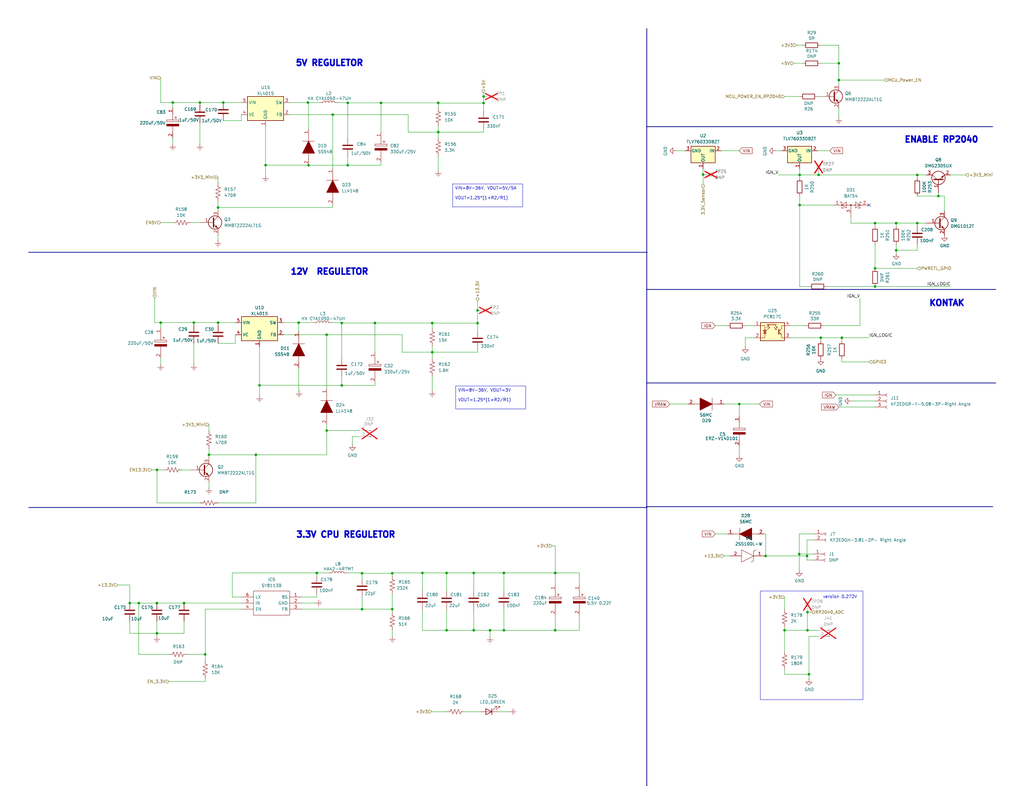
<source format=kicad_sch>
(kicad_sch (version 20231120) (generator "eeschema") (generator_version "8.0")
  (paper "User" 431 342)
  (junction (at 77.47 254))
  (junction (at 87.9567 191.5238))
  (junction (at 109.22 162.2591))
  (junction (at 66.04 266.7))
  (junction (at 295.91 73.4937))
  (junction (at 81.6019 135.89))
  (junction (at 133.35 241.3))
  (junction (at 66.04 254))
  (junction (at 200.9867 136.109))
  (junction (at 212.09 265.43))
  (junction (at 84.1419 43.18))
  (junction (at 160.3467 43.3232))
  (junction (at 181.9367 148.3438))
  (junction (at 386.08 73.66))
  (junction (at 345.44 142.24))
  (junction (at 129.5952 43.18))
  (junction (at 272.2111 106.2507) (diameter 0.3048))
  (junction (at 368.3 93.98))
  (junction (at 91.7921 135.89))
  (junction (at 272.2111 161.29) (diameter 0.3048))
  (junction (at 137.4867 181.3307))
  (junction (at 339.8499 265.43))
  (junction (at 368.3 120.65))
  (junction (at 72.7125 43.18))
  (junction (at 344.5606 73.66))
  (junction (at 368.3 113.03))
  (junction (at 311.15 170.18))
  (junction (at 184.4767 55.6338))
  (junction (at 212.09 241.3))
  (junction (at 330.2 265.43))
  (junction (at 354.33 142.24))
  (junction (at 203.5267 40.6677))
  (junction (at 137.4867 140.97))
  (junction (at 336.3771 233.348))
  (junction (at 111.76 69.5491))
  (junction (at 107.7044 191.5238))
  (junction (at 377.19 105.41))
  (junction (at 165.1 241.4213))
  (junction (at 152.4 241.4213))
  (junction (at 336.55 86.36))
  (junction (at 336.55 73.66))
  (junction (at 339.6674 234.1477))
  (junction (at 129.8667 69.6038))
  (junction (at 272.2111 121.92) (diameter 0.3048))
  (junction (at 322.2448 234.1477))
  (junction (at 206.248 265.43))
  (junction (at 177.8 241.3))
  (junction (at 200.9867 130.7165))
  (junction (at 377.19 93.98))
  (junction (at 394.97 82.55))
  (junction (at 233.68 241.3))
  (junction (at 272.2111 53.34) (diameter 0.3048))
  (junction (at 340.4851 283.9561))
  (junction (at 143.8367 162.3138))
  (junction (at 187.96 265.43))
  (junction (at 66.0848 197.8738))
  (junction (at 91.7667 87.3838))
  (junction (at 152.4 256.54))
  (junction (at 146.3767 43.3232))
  (junction (at 140.0267 48.26))
  (junction (at 199.39 241.3))
  (junction (at 353.06 33.7136))
  (junction (at 67.6367 135.89))
  (junction (at 339.8499 257.81))
  (junction (at 386.08 93.98))
  (junction (at 54.61 254))
  (junction (at 157.8067 136.0332))
  (junction (at 272.2111 213.36) (diameter 0.3048))
  (junction (at 181.8942 136.0332))
  (junction (at 143.8367 136.0332))
  (junction (at 93.98 43.18))
  (junction (at 86.36 275.59))
  (junction (at 353.06 26.67))
  (junction (at 58.42 254))
  (junction (at 272.2111 213.7291) (diameter 0.3048))
  (junction (at 125.6954 135.89))
  (junction (at 203.5267 43.399))
  (junction (at 165.1 256.54))
  (junction (at 187.96 241.3))
  (junction (at 146.3767 69.6038))
  (junction (at 184.4342 43.3232))
  (junction (at 233.68 265.43))
  (junction (at 199.39 265.43))
  (no_connect (at 365.76 86.36))
  (wire (pts (xy 81.6019 135.89) (xy 91.7921 135.89)))
  (wire (pts (xy 86.36 275.59) (xy 86.36 278.13)))
  (wire (pts (xy 140.0267 87.3838) (xy 140.0267 86.1138)))
  (wire (pts (xy 91.7667 88.6167) (xy 91.7825 88.6167)))
  (wire (pts (xy 177.8 241.3) (xy 165.1 241.3)))
  (wire (pts (xy 129.8667 54.3638) (xy 129.8667 43.18)))
  (wire (pts (xy 181.61 299.72) (xy 187.96 299.72)))
  (wire (pts (xy 137.4867 178.8238) (xy 137.4867 181.3307)))
  (wire (pts (xy 97.79 251.46) (xy 97.79 241.3)))
  (wire (pts (xy 143.8367 158.5038) (xy 143.8367 162.3138)))
  (wire (pts (xy 311.15 187.96) (xy 311.15 191.77)))
  (wire (pts (xy 358.14 93.98) (xy 368.3 93.98)))
  (wire (pts (xy 133.35 241.3) (xy 133.35 242.57)))
  (wire (pts (xy 58.42 254) (xy 66.04 254)))
  (bus (pts (xy 272.2111 213.36) (xy 417.83 213.36)) (stroke (width 0.3048)))
  (wire (pts (xy 111.76 69.5491) (xy 111.76 73.1676)))
  (wire (pts (xy 169.2367 148.3438) (xy 181.9367 148.3438)))
  (wire (pts (xy 203.5267 40.6677) (xy 203.5267 43.399)))
  (wire (pts (xy 203.5267 43.399) (xy 203.5267 46.7438)))
  (wire (pts (xy 157.8067 162.3138) (xy 143.8367 162.3138)))
  (wire (pts (xy 336.55 73.66) (xy 344.5606 73.66)))
  (wire (pts (xy 165.1 241.3) (xy 165.1 241.4213)))
  (bus (pts (xy 272.2111 161.29) (xy 419.1 161.29)) (stroke (width 0.3048)))
  (wire (pts (xy 81.6019 137.16) (xy 81.6067 137.16)))
  (wire (pts (xy 339.6674 234.1477) (xy 339.6674 235.888)))
  (wire (pts (xy 377.19 102.87) (xy 377.19 105.41)))
  (wire (pts (xy 54.61 266.7) (xy 66.04 266.7)))
  (wire (pts (xy 284.48 63.5) (xy 288.29 63.5)))
  (wire (pts (xy 80.3367 93.6967) (xy 80.3367 93.7338)))
  (wire (pts (xy 326.39 63.5) (xy 328.93 63.5)))
  (wire (pts (xy 109.22 162.2591) (xy 109.22 165.8776)))
  (wire (pts (xy 91.7667 101.3538) (xy 91.7667 98.7767)))
  (wire (pts (xy 339.8499 257.81) (xy 339.8499 265.43)))
  (wire (pts (xy 137.4867 181.3307) (xy 151.13 181.3307)))
  (wire (pts (xy 111.76 53.34) (xy 111.76 69.5491)))
  (wire (pts (xy 199.39 256.54) (xy 199.39 265.43)))
  (wire (pts (xy 199.39 265.43) (xy 206.248 265.43)))
  (wire (pts (xy 87.9542 191.5238) (xy 87.9542 192.835)))
  (wire (pts (xy 304.7183 234.112) (xy 304.7183 234.1477)))
  (wire (pts (xy 75.2542 197.915) (xy 75.2542 197.8738)))
  (wire (pts (xy 195.58 299.72) (xy 201.93 299.72)))
  (wire (pts (xy 66.04 267.97) (xy 66.04 266.7)))
  (wire (pts (xy 143.51 136.0332) (xy 143.8367 136.0332)))
  (wire (pts (xy 143.8367 136.0332) (xy 157.8067 136.0332)))
  (wire (pts (xy 160.3467 55.6338) (xy 160.3467 43.3232)))
  (wire (pts (xy 91.7667 98.7767) (xy 91.7825 98.7767)))
  (wire (pts (xy 317.5 142.24) (xy 313.69 142.24)))
  (wire (pts (xy 397.51 82.55) (xy 394.97 82.55)))
  (wire (pts (xy 206.248 265.43) (xy 206.248 268.224)))
  (wire (pts (xy 84.1419 43.18) (xy 93.98 43.18)))
  (wire (pts (xy 199.39 241.3) (xy 187.96 241.3)))
  (bus (pts (xy 272.2111 161.29) (xy 272.2111 213.36)) (stroke (width 0.3048)))
  (wire (pts (xy 353.06 26.67) (xy 345.44 26.67)))
  (wire (pts (xy 165.1 257.81) (xy 165.1 256.54)))
  (wire (pts (xy 336.55 86.36) (xy 350.52 86.36)))
  (wire (pts (xy 233.68 259.08) (xy 233.68 265.43)))
  (wire (pts (xy 132.0501 135.89) (xy 132.0501 135.8854)))
  (wire (pts (xy 121.92 43.18) (xy 129.5952 43.18)))
  (bus (pts (xy 12.0996 213.7291) (xy 272.2111 213.7291)) (stroke (width 0.3048)))
  (wire (pts (xy 336.55 73.66) (xy 336.55 74.93)))
  (wire (pts (xy 87.9567 178.8238) (xy 87.9567 181.3638)))
  (wire (pts (xy 342.222 235.888) (xy 339.6674 235.888)))
  (wire (pts (xy 66.04 254) (xy 77.47 254)))
  (wire (pts (xy 157.8067 161.0438) (xy 157.8067 162.3138)))
  (wire (pts (xy 209.55 299.72) (xy 214.63 299.72)))
  (wire (pts (xy 67.6367 138.1838) (xy 67.6367 135.89)))
  (wire (pts (xy 87.9567 191.5238) (xy 107.7044 191.5238)))
  (wire (pts (xy 311.15 170.18) (xy 319.6894 170.18)))
  (wire (pts (xy 140.0267 48.26) (xy 140.0267 70.8738)))
  (wire (pts (xy 67.6367 135.89) (xy 81.6019 135.89)))
  (bus (pts (xy 12.0738 106.2507) (xy 272.2111 106.2507)) (stroke (width 0.3048)))
  (wire (pts (xy 137.4867 181.3307) (xy 137.4867 191.5238)))
  (wire (pts (xy 54.61 261.62) (xy 54.61 266.7)))
  (wire (pts (xy 330.2 251.46) (xy 330.2 256.54)))
  (wire (pts (xy 91.7667 74.6838) (xy 91.7667 77.2238)))
  (wire (pts (xy 243.84 265.43) (xy 233.68 265.43)))
  (wire (pts (xy 336.55 71.12) (xy 336.55 73.66)))
  (wire (pts (xy 386.08 93.98) (xy 389.89 93.98)))
  (wire (pts (xy 101.6 251.46) (xy 97.79 251.46)))
  (wire (pts (xy 109.22 146.05) (xy 109.22 162.2591)))
  (wire (pts (xy 101.6 256.54) (xy 86.36 256.54)))
  (wire (pts (xy 368.3 113.03) (xy 386.08 113.03)))
  (wire (pts (xy 353.06 26.67) (xy 353.06 33.7136)))
  (wire (pts (xy 133.35 241.3) (xy 138.43 241.3)))
  (wire (pts (xy 67.6367 93.7338) (xy 72.7167 93.7338)))
  (wire (pts (xy 181.9367 148.3438) (xy 181.9367 150.8838)))
  (wire (pts (xy 137.4867 140.97) (xy 169.2367 140.97)))
  (wire (pts (xy 177.8 241.3) (xy 177.8 248.92)))
  (wire (pts (xy 187.96 241.3) (xy 177.8 241.3)))
  (wire (pts (xy 330.2 283.9561) (xy 340.4851 283.9561)))
  (wire (pts (xy 243.84 246.38) (xy 243.84 241.3)))
  (wire (pts (xy 157.8067 148.3438) (xy 157.8067 136.0332)))
  (wire (pts (xy 65.0967 125.4838) (xy 65.0967 135.89)))
  (wire (pts (xy 212.09 256.54) (xy 212.09 265.43)))
  (wire (pts (xy 86.36 287.02) (xy 86.36 285.75)))
  (wire (pts (xy 171.7767 55.6338) (xy 184.4767 55.6338)))
  (wire (pts (xy 212.09 241.3) (xy 212.09 248.92)))
  (wire (pts (xy 78.74 275.59) (xy 86.36 275.59)))
  (wire (pts (xy 165.1 250.19) (xy 165.1 256.54)))
  (wire (pts (xy 129.8667 69.5491) (xy 129.8667 69.6038)))
  (wire (pts (xy 146.05 43.3232) (xy 146.3767 43.3232)))
  (wire (pts (xy 353.06 33.7136) (xy 372.11 33.7136)))
  (wire (pts (xy 243.84 259.08) (xy 243.84 265.43)))
  (wire (pts (xy 67.6367 150.8838) (xy 67.6367 153.4238)))
  (wire (pts (xy 336.3771 224.8877) (xy 336.3771 233.348)))
  (wire (pts (xy 93.98 50.8) (xy 101.6 50.8)))
  (wire (pts (xy 148.336 183.896) (xy 148.336 187.198)))
  (bus (pts (xy 272.2111 53.34) (xy 272.2111 106.2507)) (stroke (width 0.3048)))
  (bus (pts (xy 272.2111 121.92) (xy 419.1 121.92)) (stroke (width 0.3048)))
  (wire (pts (xy 151.13 183.896) (xy 148.336 183.896)))
  (wire (pts (xy 184.4767 55.6338) (xy 184.4767 58.1738)))
  (wire (pts (xy 200.9867 136.109) (xy 200.9867 139.4538)))
  (bus (pts (xy 272.2111 121.92) (xy 272.2111 161.29)) (stroke (width 0.3048)))
  (wire (pts (xy 184.4342 43.3232) (xy 184.4767 43.3232)))
  (wire (pts (xy 87.9542 205.4938) (xy 87.9567 205.4938)))
  (wire (pts (xy 212.09 241.3) (xy 199.39 241.3)))
  (wire (pts (xy 72.7125 58.1395) (xy 72.7125 60.7138)))
  (wire (pts (xy 339.6674 227.4277) (xy 339.6674 234.1477)))
  (wire (pts (xy 303.53 63.5) (xy 311.15 63.5)))
  (wire (pts (xy 184.4767 53.0938) (xy 184.4767 55.6338)))
  (wire (pts (xy 81.6067 137.16) (xy 81.6067 136.9138)))
  (wire (pts (xy 181.9367 148.3438) (xy 200.9867 148.3438)))
  (wire (pts (xy 281.94 170.18) (xy 289.56 170.18)))
  (wire (pts (xy 386.08 102.87) (xy 386.08 105.41)))
  (wire (pts (xy 87.9567 188.9838) (xy 87.9567 191.5238)))
  (wire (pts (xy 146.3767 65.7938) (xy 146.3767 69.6038)))
  (wire (pts (xy 129.8667 43.18) (xy 129.5952 43.18)))
  (wire (pts (xy 313.69 137.16) (xy 317.5 137.16)))
  (wire (pts (xy 63.8267 197.8738) (xy 66.0848 197.8738)))
  (wire (pts (xy 109.22 162.2591) (xy 127.3267 162.2591)))
  (bus (pts (xy 272.2111 106.2507) (xy 272.2111 121.92)) (stroke (width 0.3048)))
  (wire (pts (xy 233.68 229.87) (xy 233.68 241.3)))
  (wire (pts (xy 300.99 137.16) (xy 306.07 137.16)))
  (wire (pts (xy 336.55 86.36) (xy 336.55 120.65)))
  (wire (pts (xy 146.3767 43.3232) (xy 160.3467 43.3232)))
  (wire (pts (xy 54.61 254) (xy 58.42 254)))
  (wire (pts (xy 322.2448 224.8972) (xy 322.2448 234.1477)))
  (wire (pts (xy 65.0967 135.89) (xy 67.6367 135.89)))
  (wire (pts (xy 340.4851 283.9561) (xy 340.4851 285.9585)))
  (wire (pts (xy 386.08 95.25) (xy 386.08 93.98)))
  (wire (pts (xy 336.3771 233.348) (xy 336.3771 240.1882)))
  (wire (pts (xy 101.6 50.8) (xy 101.6 48.26)))
  (wire (pts (xy 332.74 137.16) (xy 339.09 137.16)))
  (wire (pts (xy 77.47 254) (xy 101.6 254)))
  (wire (pts (xy 181.9367 138.1838) (xy 181.9367 136.0332)))
  (wire (pts (xy 152.4 241.3) (xy 152.4 241.4213)))
  (wire (pts (xy 49.53 246.38) (xy 54.61 246.38)))
  (wire (pts (xy 394.97 82.55) (xy 394.97 81.28)))
  (wire (pts (xy 181.9367 145.8038) (xy 181.9367 148.3438)))
  (wire (pts (xy 111.76 69.5491) (xy 129.8667 69.5491)))
  (wire (pts (xy 353.06 45.72) (xy 353.06 49.53)))
  (wire (pts (xy 160.3467 43.3232) (xy 184.4342 43.3232)))
  (bus (pts (xy 272.2111 213.36) (xy 272.2111 213.7291)) (stroke (width 0.3048)))
  (wire (pts (xy 125.73 154.94) (xy 125.73 164.7013)))
  (wire (pts (xy 233.68 246.38) (xy 233.68 241.3)))
  (wire (pts (xy 199.39 241.3) (xy 199.39 248.92)))
  (wire (pts (xy 200.9867 126.7538) (xy 200.9867 130.7165)))
  (wire (pts (xy 200.9867 136.109) (xy 181.8942 136.109)))
  (wire (pts (xy 84.1419 44.45) (xy 84.1419 43.18)))
  (bus (pts (xy 272.2111 213.7291) (xy 272.2111 330.8199)) (stroke (width 0.3048)))
  (wire (pts (xy 66.04 261.62) (xy 66.04 266.7)))
  (wire (pts (xy 353.06 171.45) (xy 368.2552 171.45)))
  (wire (pts (xy 311.15 170.18) (xy 311.15 175.26)))
  (wire (pts (xy 233.68 241.3) (xy 212.09 241.3)))
  (wire (pts (xy 184.4767 55.6338) (xy 203.5267 55.6338)))
  (wire (pts (xy 119.38 140.97) (xy 137.4867 140.97)))
  (wire (pts (xy 203.5267 55.6338) (xy 203.5267 54.3638)))
  (wire (pts (xy 187.96 241.3) (xy 187.96 248.92)))
  (wire (pts (xy 107.7044 211.7633) (xy 107.7044 191.5238)))
  (wire (pts (xy 330.2 265.43) (xy 330.2 274.32)))
  (wire (pts (xy 127.3267 162.3138) (xy 143.8367 162.3138)))
  (wire (pts (xy 353.06 33.7136) (xy 353.06 35.56)))
  (wire (pts (xy 91.7667 87.3838) (xy 140.0267 87.3838)))
  (wire (pts (xy 84.1625 93.6967) (xy 80.3367 93.6967)))
  (wire (pts (xy 295.91 71.12) (xy 295.91 73.4937)))
  (wire (pts (xy 353.06 19.05) (xy 353.06 26.67)))
  (wire (pts (xy 304.7183 234.1477) (xy 307.0048 234.1477)))
  (wire (pts (xy 344.17 265.43) (xy 339.8499 265.43)))
  (wire (pts (xy 361.95 137.16) (xy 346.71 137.16)))
  (wire (pts (xy 152.4 251.46) (xy 152.4 256.54)))
  (wire (pts (xy 75.2542 197.8738) (xy 76.5267 197.8738)))
  (wire (pts (xy 84.1467 44.45) (xy 84.1467 44.2038)))
  (wire (pts (xy 91.7921 144.6065) (xy 99.06 144.6065)))
  (wire (pts (xy 295.91 73.4937) (xy 295.91 77.47)))
  (wire (pts (xy 86.36 256.54) (xy 86.36 275.59)))
  (wire (pts (xy 160.3467 68.3338) (xy 160.3467 69.6038)))
  (wire (pts (xy 67.6367 32.7738) (xy 67.6367 43.18)))
  (wire (pts (xy 125.6954 135.89) (xy 132.0501 135.89)))
  (wire (pts (xy 377.19 105.41) (xy 386.08 105.41)))
  (wire (pts (xy 81.6067 144.5338) (xy 81.6067 153.4238)))
  (wire (pts (xy 91.7921 135.89) (xy 99.06 135.89)))
  (wire (pts (xy 151.13 181.3307) (xy 151.13 181.356)))
  (wire (pts (xy 368.3 93.98) (xy 368.3 95.25)))
  (wire (pts (xy 184.4342 43.399) (xy 184.4342 43.3232)))
  (wire (pts (xy 344.17 267.97) (xy 340.4851 267.97)))
  (wire (pts (xy 344.5606 73.66) (xy 386.08 73.66)))
  (wire (pts (xy 342.6375 224.8877) (xy 336.3771 224.8877)))
  (wire (pts (xy 146.05 43.1754) (xy 146.05 43.3232)))
  (wire (pts (xy 66.0848 197.8738) (xy 68.9067 197.8738)))
  (wire (pts (xy 87.9542 202.995) (xy 87.9542 205.4938)))
  (wire (pts (xy 233.68 265.43) (xy 212.09 265.43)))
  (wire (pts (xy 336.55 82.55) (xy 336.55 86.36)))
  (wire (pts (xy 71.12 287.02) (xy 86.36 287.02)))
  (wire (pts (xy 125.6954 139.7) (xy 125.73 139.7)))
  (wire (pts (xy 377.19 105.41) (xy 377.19 106.68)))
  (wire (pts (xy 345.44 19.05) (xy 353.06 19.05)))
  (wire (pts (xy 165.1 256.54) (xy 152.4 256.54)))
  (wire (pts (xy 160.3467 69.6038) (xy 146.3767 69.6038)))
  (wire (pts (xy 91.7921 135.89) (xy 91.7921 136.9865)))
  (wire (pts (xy 306.2339 224.8877) (xy 301.0365 224.8877)))
  (wire (pts (xy 109.2247 165.8776) (xy 109.2247 166.707)))
  (wire (pts (xy 345.44 142.24) (xy 332.74 142.24)))
  (wire (pts (xy 187.96 265.43) (xy 199.39 265.43)))
  (wire (pts (xy 72.7125 45.4395) (xy 72.7125 43.18)))
  (wire (pts (xy 143.51 135.8854) (xy 139.6701 135.8854)))
  (wire (pts (xy 133.35 250.19) (xy 133.35 251.46)))
  (wire (pts (xy 340.4851 267.97) (xy 340.4851 283.9561)))
  (wire (pts (xy 66.0848 211.7633) (xy 66.0848 197.8738)))
  (wire (pts (xy 334.01 26.67) (xy 337.82 26.67)))
  (wire (pts (xy 339.6674 227.4277) (xy 342.6375 227.4277)))
  (wire (pts (xy 330.2 281.94) (xy 330.2 283.9561)))
  (wire (pts (xy 203.5267 39.1238) (xy 203.5267 40.6677)))
  (wire (pts (xy 66.04 266.7) (xy 77.47 266.7)))
  (wire (pts (xy 87.9542 191.5238) (xy 87.9567 191.5238)))
  (wire (pts (xy 386.08 74.93) (xy 386.08 73.66)))
  (wire (pts (xy 181.8942 136.109) (xy 181.8942 136.0332)))
  (wire (pts (xy 58.42 275.59) (xy 58.42 254)))
  (wire (pts (xy 129.5952 43.18) (xy 129.5952 43.1754)))
  (wire (pts (xy 54.61 246.38) (xy 54.61 254)))
  (wire (pts (xy 232.41 229.87) (xy 233.68 229.87)))
  (wire (pts (xy 165.1 242.57) (xy 165.1 241.4213)))
  (wire (pts (xy 125.73 164.7013) (xy 125.8771 164.7013)))
  (wire (pts (xy 146.05 43.1754) (xy 142.2101 43.1754)))
  (wire (pts (xy 84.1515 211.7633) (xy 66.0848 211.7633)))
  (wire (pts (xy 140.0267 48.26) (xy 171.7767 48.26)))
  (bus (pts (xy 272.2111 330.8199) (xy 272.3431 330.8199)))
  (wire (pts (xy 121.92 48.26) (xy 140.0267 48.26)))
  (wire (pts (xy 330.2 264.16) (xy 330.2 265.43)))
  (wire (pts (xy 165.1 241.4213) (xy 152.4 241.4213)))
  (wire (pts (xy 344.17 63.5) (xy 349.25 63.5)))
  (wire (pts (xy 347.98 120.65) (xy 368.3 120.65)))
  (wire (pts (xy 184.4767 45.4738) (xy 184.4767 43.3232)))
  (wire (pts (xy 361.95 125.73) (xy 361.95 137.16)))
  (wire (pts (xy 111.7647 73.1676) (xy 111.7647 73.997)))
  (wire (pts (xy 152.4 256.54) (xy 127 256.54)))
  (wire (pts (xy 354.33 142.24) (xy 345.44 142.24)))
  (wire (pts (xy 129.5952 43.1754) (xy 134.5901 43.1754)))
  (wire (pts (xy 157.8067 136.0332) (xy 181.8942 136.0332)))
  (wire (pts (xy 77.47 261.62) (xy 77.47 266.7)))
  (wire (pts (xy 377.19 93.98) (xy 377.19 95.25)))
  (wire (pts (xy 137.4867 140.97) (xy 137.4867 163.5838)))
  (wire (pts (xy 400.05 120.65) (xy 368.3 120.65)))
  (wire (pts (xy 206.248 265.43) (xy 212.09 265.43)))
  (wire (pts (xy 327.66 73.66) (xy 336.55 73.66)))
  (wire (pts (xy 72.7125 60.7138) (xy 72.7167 60.7138)))
  (wire (pts (xy 306.2339 224.8972) (xy 306.2339 224.8877)))
  (wire (pts (xy 72.7125 43.18) (xy 84.1419 43.18)))
  (wire (pts (xy 177.8 256.54) (xy 177.8 265.43)))
  (wire (pts (xy 143.8367 136.0332) (xy 143.8367 150.8838)))
  (wire (pts (xy 200.9867 148.3438) (xy 200.9867 147.0738)))
  (wire (pts (xy 358.14 168.91) (xy 368.2552 168.91)))
  (wire (pts (xy 341.63 257.81) (xy 339.8499 257.81)))
  (wire (pts (xy 99.06 144.6065) (xy 99.06 140.97)))
  (wire (pts (xy 146.3767 43.3232) (xy 146.3767 58.1738)))
  (wire (pts (xy 339.8499 265.43) (xy 330.2 265.43)))
  (wire (pts (xy 365.76 152.4) (xy 354.33 152.4)))
  (wire (pts (xy 177.8 265.43) (xy 187.96 265.43)))
  (wire (pts (xy 129.8667 69.6038) (xy 146.3767 69.6038)))
  (wire (pts (xy 127.3267 162.2591) (xy 127.3267 162.3138)))
  (wire (pts (xy 368.3 102.87) (xy 368.3 113.03)))
  (wire (pts (xy 109.22 165.8776) (xy 109.2247 165.8776)))
  (wire (pts (xy 397.51 82.55) (xy 397.51 88.9)))
  (wire (pts (xy 184.4767 65.7938) (xy 184.4767 71.8898)))
  (wire (pts (xy 84.1419 44.45) (xy 84.1467 44.45)))
  (wire (pts (xy 243.84 241.3) (xy 233.68 241.3)))
  (wire (pts (xy 386.08 93.98) (xy 377.19 93.98)))
  (wire (pts (xy 67.6367 43.18) (xy 72.7125 43.18)))
  (wire (pts (xy 187.96 256.54) (xy 187.96 265.43)))
  (wire (pts (xy 354.33 142.24) (xy 365.76 142.24)))
  (wire (pts (xy 336.3771 233.348) (xy 342.222 233.348)))
  (wire (pts (xy 71.12 275.59) (xy 58.42 275.59)))
  (wire (pts (xy 400.05 73.66) (xy 406.4 73.66)))
  (wire (pts (xy 386.08 73.66) (xy 389.89 73.66)))
  (wire (pts (xy 340.36 120.65) (xy 336.55 120.65)))
  (wire (pts (xy 91.7667 87.3838) (xy 91.7667 88.6167)))
  (wire (pts (xy 200.9867 130.7165) (xy 200.9867 136.109)))
  (wire (pts (xy 377.19 93.98) (xy 368.3 93.98)))
  (wire (pts (xy 169.2367 140.97) (xy 169.2367 148.3438)))
  (wire (pts (xy 354.33 152.4) (xy 354.33 151.13)))
  (wire (pts (xy 203.5267 43.399) (xy 184.4342 43.399)))
  (wire (pts (xy 330.2 40.64) (xy 336.55 40.64)))
  (wire (pts (xy 351.79 166.37) (xy 368.2552 166.37)))
  (wire (pts (xy 75.2542 197.915) (xy 80.3342 197.915)))
  (wire (pts (xy 345.44 142.24) (xy 345.44 143.51)))
  (wire (pts (xy 91.7667 84.8438) (xy 91.7667 87.3838)))
  (wire (pts (xy 181.9367 158.5038) (xy 181.9367 164.5998)))
  (wire (pts (xy 81.6019 137.16) (xy 81.6019 135.89)))
  (wire (pts (xy 322.2448 234.1477) (xy 339.6674 234.1477)))
  (wire (pts (xy 171.7767 48.26) (xy 171.7767 55.6338)))
  (wire (pts (xy 133.35 251.46) (xy 127 251.46)))
  (wire (pts (xy 354.33 143.51) (xy 354.33 142.24)))
  (wire (pts (xy 146.05 241.3) (xy 152.4 241.3)))
  (wire (pts (xy 84.1467 51.8238) (xy 84.1467 60.7138)))
  (wire (pts (xy 304.8 170.18) (xy 311.15 170.18)))
  (wire (pts (xy 335.28 19.05) (xy 337.82 19.05)))
  (wire (pts (xy 107.7044 191.5238) (xy 137.4867 191.5238)))
  (wire (pts (xy 165.1 265.43) (xy 165.1 267.97)))
  (wire (pts (xy 119.38 135.89) (xy 125.6954 135.89)))
  (wire (pts (xy 344.17 40.64) (xy 345.44 40.64)))
  (wire (pts (xy 313.69 142.24) (xy 313.69 146.05)))
  (wire (pts (xy 127 254) (xy 132.8116 254)))
  (wire (pts (xy 181.8942 136.0332) (xy 181.9367 136.0332)))
  (wire (pts (xy 143.51 135.8854) (xy 143.51 136.0332)))
  (wire (pts (xy 386.08 82.55) (xy 394.97 82.55)))
  (bus (pts (xy 272.2111 53.34) (xy 417.83 53.34)) (stroke (width 0.3048)))
  (wire (pts (xy 93.98 43.18) (xy 101.6 43.18)))
  (wire (pts (xy 321.4739 224.8972) (xy 322.2448 224.8972)))
  (bus (pts (xy 272.2111 12.0238) (xy 272.2111 53.34)) (stroke (width 0.3048)))
  (wire (pts (xy 152.4 241.4213) (xy 152.4 243.84)))
  (wire (pts (xy 111.76 73.1676) (xy 111.7647 73.1676)))
  (wire (pts (xy 97.79 241.3) (xy 133.35 241.3)))
  (wire (pts (xy 91.7715 211.7633) (xy 107.7044 211.7633)))
  (wire (pts (xy 125.6954 135.89) (xy 125.6954 139.7)))
  (wire (pts (xy 358.14 91.44) (xy 358.14 93.98)))
  (rectangle (start 320.04 248.92) (end 363.22 294.64))
  (text_box "VIN=8V-36V, VOUT=3V\n\nVOUT=1.25*(1+R2/R1)" (at 191.77 162.56 0) (size 29.464 9.652) (effects (font (size 1.27 1.27)) (justify left top)))
  (text_box "VIN=8V-36V, VOUT=5V/5A\n\nVOUT=1.25*(1+R2/R1)" (at 190.5 77.47 0) (size 29.464 9.652) (effects (font (size 1.27 1.27)) (justify left top)))
  (text "KONTAK" (at 398.526 127.762 0) (effects (font (size 2.54 2.54) (thickness 1.524) (bold yes))))
  (text "12V  REGULETOR\n" (at 138.684 114.554 0) (effects (font (size 2.54 2.54) (thickness 1.524) (bold yes))))
  (text "3.3V CPU REGULETOR\n" (at 145.542 225.298 0) (effects (font (size 2.54 2.54) (thickness 1.524) (bold yes))))
  (text "version 0.272V\n" (at 353.568 251.46 0) (effects (font (size 1.27 1.27))))
  (text "ENABLE RP2040\n" (at 396.24 58.928 0) (effects (font (size 2.54 2.54) (thickness 1.524) (bold yes))))
  (text "5V REGULETOR\n" (at 138.684 26.67 0) (effects (font (size 2.54 2.54) (thickness 1.524) (bold yes))))
  (label "IGN_V" (at 327.66 73.66 180))
  (label "IGN_V" (at 361.95 125.73 180))
  (label "IGN_LOGIC" (at 365.76 142.24 0))
  (label "IGN_LOGIC" (at 400.05 120.65 180))
  (global_label "VIN" (shape input) (at 311.15 63.5 0) (property "Intersheetrefs" "${INTERSHEET_REFS}" (effects (hide yes))))
  (global_label "VRAW" (shape input) (at 353.06 171.45 180) (property "Intersheetrefs" "${INTERSHEET_REFS}" (effects (hide yes))))
  (global_label "IGN" (shape input) (at 300.99 137.16 180) (property "Intersheetrefs" "${INTERSHEET_REFS}" (effects (hide yes))))
  (global_label "VIN" (shape input) (at 301.0365 224.8877 180) (property "Intersheetrefs" "${INTERSHEET_REFS}" (effects (hide yes))))
  (global_label "VRAW" (shape input) (at 281.94 170.18 180) (property "Intersheetrefs" "${INTERSHEET_REFS}" (effects (hide yes))))
  (global_label "VIN" (shape input) (at 319.6894 170.18 0) (property "Intersheetrefs" "${INTERSHEET_REFS}" (effects (hide yes))))
  (global_label "VIN" (shape input) (at 349.25 63.5 0) (property "Intersheetrefs" "${INTERSHEET_REFS}" (effects (hide yes))))
  (global_label "IGN" (shape input) (at 351.79 166.37 180) (property "Intersheetrefs" "${INTERSHEET_REFS}" (effects (hide yes))))
  (hierarchical_label "EN5V" (shape input) (at 67.6367 93.7338 180))
  (hierarchical_label "MCU_POWER_EN_RP2040" (shape input) (at 330.2 40.64 180))
  (hierarchical_label "RP2040_ADC" (shape input) (at 341.63 257.81 0))
  (hierarchical_label "+13.3V" (shape input) (at 49.53 246.38 180))
  (hierarchical_label "+5V" (shape input) (at 203.5267 39.1238 90))
  (hierarchical_label "+3V3_Mini" (shape input) (at 406.4 73.66 0))
  (hierarchical_label "+5V" (shape input) (at 334.01 26.67 180))
  (hierarchical_label "VIN" (shape input) (at 65.0967 125.4838 90))
  (hierarchical_label "EN_3.3V" (shape input) (at 71.12 287.02 180))
  (hierarchical_label "EN13.3V" (shape input) (at 63.8267 197.8738 180))
  (hierarchical_label "MCU_Power_EN" (shape input) (at 372.11 33.7136 0))
  (hierarchical_label "+3V3_Mini" (shape input) (at 91.7667 74.6838 180))
  (hierarchical_label "+3V3_Mini" (shape input) (at 87.9567 178.8238 180))
  (hierarchical_label "+3V3" (shape input) (at 330.2 251.46 180))
  (hierarchical_label "+13.3V" (shape input) (at 200.9867 126.7538 90))
  (hierarchical_label "VIN" (shape input) (at 67.6367 32.7738 180))
  (hierarchical_label "PWRCTL_GPIO" (shape input) (at 386.08 113.03 0))
  (hierarchical_label "GPIO3" (shape input) (at 365.76 152.4 0))
  (hierarchical_label "+3V3" (shape input) (at 181.61 299.72 180))
  (hierarchical_label "+3V3" (shape input) (at 232.41 229.87 180))
  (hierarchical_label "+13.3V" (shape input) (at 304.7183 234.112 180))
  (hierarchical_label "3.3V_Sensor" (shape input) (at 295.91 77.47 270))
  (hierarchical_label "+3V3" (shape input) (at 335.28 19.05 180))
  (symbol (lib_id "Device:R_US") (at 181.9367 154.6938 0) (unit 1)
    (property "Reference" "R162" (at 184.4767 153.4237 0) (effects (justify left)))
    (property "Value" "1.6K" (at 184.4767 155.9637 0) (effects (justify left)))
    (property "Footprint" "Resistor_SMD:R_0603_1608Metric" (effects (hide yes)))
    (property "Description" "Resistor, US symbol" (effects (hide yes)))
    (property "MPN" "0603WAF1601T5E" (effects (hide yes)))
  )
  (symbol (lib_id "Device:R") (at 309.88 137.16 270) (unit 1)
    (property "Reference" "R254" (at 309.88 131.9022 90))
    (property "Value" "3.3K" (at 309.88 134.2136 90))
    (property "Footprint" "Resistor_SMD:R_0603_1608Metric" (effects (hide yes)))
    (property "MPN" "0603WAF3301T5E" (effects (hide yes)))
  )
  (symbol (lib_id "power:GND") (at 284.48 63.5 270) (unit 1)
    (property "Reference" "#PWR0125" (effects (hide yes)))
    (property "Value" "GND" (at 280.0858 63.627 0))
  )
  (symbol (lib_id "Device:L") (at 135.8601 135.8854 90) (unit 1)
    (property "Reference" "L3" (at 135.8601 132.0754 90))
    (property "Value" "HX CYA1050-47UH" (at 136.0742 134.1794 90))
    (property "Footprint" "CYA1050-47UH:L_Bourns_SRR1208_12.7x12.7mm" (effects (hide yes)))
    (property "MPN" "HX CYA1050-47UH" (effects (hide yes)))
  )
  (symbol (lib_id "SS54B:SS54B") (at 129.8667 54.3638 270) (unit 1)
    (property "Reference" "D10" (at 133.6767 61.3488 90) (effects (justify left)))
    (property "Value" "SS54B" (at 133.6767 63.8888 90) (effects (justify left)))
    (property "Footprint" "Library:SS54B" (effects (hide yes)))
    (property "Datasheet" "https://datasheet.datasheetarchive.com/originals/distributors/Datasheets-3/DSA-43270.pdf" (effects (hide yes)))
    (property "Description" "HY Electronic Corp SS54B, SMT Rectifier Schottky Diode, 40V 5A, 2-Pin SMB" (effects (hide yes)))
    (property "Height" "2.44" (effects (hide yes)))
    (property "Manufacturer_Name" "HY Electronic" (effects (hide yes)))
    (property "Manufacturer_Part_Number" "SS54B" (effects (hide yes)))
    (property "MPN" "SS54B" (effects (hide yes)))
  )
  (symbol (lib_id "Device:R_US") (at 181.9367 141.9938 0) (unit 1)
    (property "Reference" "R161" (at 184.4767 140.7237 0) (effects (justify left)))
    (property "Value" "15K" (at 184.4767 143.2637 0) (effects (justify left)))
    (property "Footprint" "Resistor_SMD:R_0603_1608Metric" (effects (hide yes)))
    (property "Description" "Resistor, US symbol" (effects (hide yes)))
    (property "MPN" "0603WAF1502T5E" (effects (hide yes)))
  )
  (symbol (lib_id "Device:R") (at 344.17 120.65 270) (unit 1)
    (property "Reference" "R260" (at 344.17 115.3922 90))
    (property "Value" "DNP" (at 344.17 117.7036 90))
    (property "Footprint" "Resistor_SMD:R_0603_1608Metric" (effects (hide yes)))
  )
  (symbol (lib_id "Device:R_US") (at 72.7167 197.8738 90) (unit 1)
    (property "Reference" "R159" (at 72.4627 192.2858 90))
    (property "Value" "10K" (at 72.4627 194.8258 90))
    (property "Footprint" "Resistor_SMD:R_0603_1608Metric" (effects (hide yes)))
    (property "Description" "Resistor, US symbol" (effects (hide yes)))
    (property "MPN" "0603WAF1002T5E" (effects (hide yes)))
  )
  (symbol (lib_id "Device:C") (at 187.96 252.73 180) (unit 1)
    (property "Reference" "C181" (at 189.484 250.444 0) (effects (justify right)))
    (property "Value" "22uF" (at 188.976 255.016 0) (effects (justify right)))
    (property "Footprint" "Capacitor_SMD:C_0603_1608Metric" (effects (hide yes)))
    (property "MPN" "CL10A226MQ8NRNC" (effects (hide yes)))
  )
  (symbol (lib_id "power:GND") (at 326.39 63.5 270) (unit 1)
    (property "Reference" "#PWR0124" (effects (hide yes)))
    (property "Value" "GND" (at 321.9958 63.627 0))
  )
  (symbol (lib_id "power:GND") (at 340.4851 285.9585 0) (unit 1)
    (property "Reference" "#PWR0237" (effects (hide yes)))
    (property "Value" "GND" (at 340.6121 290.3527 0))
  )
  (symbol (lib_id "Device:C") (at 177.8 252.73 180) (unit 1)
    (property "Reference" "C180" (at 179.324 250.444 0) (effects (justify right)))
    (property "Value" "22uF" (at 178.816 255.016 0) (effects (justify right)))
    (property "Footprint" "Capacitor_SMD:C_0603_1608Metric" (effects (hide yes)))
    (property "MPN" "CL10A226MQ8NRNC" (effects (hide yes)))
  )
  (symbol (lib_id "Device:R_US") (at 191.77 299.72 90) (unit 1)
    (property "Reference" "R168" (at 191.77 293.37 90))
    (property "Value" "2K" (at 191.77 295.91 90))
    (property "Footprint" "Resistor_SMD:R_0603_1608Metric" (effects (hide yes)))
    (property "Description" "Resistor, US symbol" (effects (hide yes)))
    (property "MPN" "0603WAF2001T5E" (effects (hide yes)))
  )
  (symbol (lib_id "Device:C") (at 152.4 247.65 180) (unit 1)
    (property "Reference" "C179" (at 153.924 245.364 0) (effects (justify right)))
    (property "Value" "22pF" (at 153.416 249.936 0) (effects (justify right)))
    (property "Footprint" "Capacitor_SMD:C_0603_1608Metric" (effects (hide yes)))
    (property "MPN" "CL10C220JB8NNNC" (effects (hide yes)))
  )
  (symbol (lib_name "UWT1H221MNL1GS_1") (lib_id "UWT1H221MNL1GS:UWT1H221MNL1GS") (at 311.15 175.26 270) (unit 1)
    (property "Reference" "C5" (at 302.768 182.88 90) (effects (justify left)))
    (property "Value" "ERZ-V14D101" (at 296.926 184.658 90) (effects (justify left)))
    (property "Footprint" "Footprint Library:ERZV14D101" (effects (hide yes)))
    (property "Datasheet" "https://www.mouser.com.tr/datasheet/2/315/AWA0000C1-1141750.pdf" (effects (hide yes)))
    (property "Description" "85V 60V 100V Plugin Varistors ROHS " (effects (hide yes)))
    (property "MPN" " ERZ-V14D101" (effects (hide yes)))
  )
  (symbol (lib_id "Device:C") (at 133.35 246.38 180) (unit 1)
    (property "Reference" "C178" (at 134.874 244.094 0) (effects (justify right)))
    (property "Value" "100nF" (at 134.366 248.666 0) (effects (justify right)))
    (property "Footprint" "Capacitor_SMD:C_0603_1608Metric" (effects (hide yes)))
    (property "MPN" "0603B104K500NT" (effects (hide yes)))
  )
  (symbol (lib_id "Device:C") (at 54.61 257.81 180) (unit 1)
    (property "Reference" "C175" (at 48.006 255.778 0) (effects (justify right)))
    (property "Value" "10uF" (at 42.926 260.604 0) (effects (justify right)))
    (property "Footprint" "Capacitor_SMD:C_0603_1608Metric" (effects (hide yes)))
    (property "MPN" " CL10A106MO8NQNC" (effects (hide yes)))
  )
  (symbol (lib_id "power:Earth") (at 87.9567 205.4938 0) (unit 1)
    (property "Reference" "#PWR0193" (effects (hide yes)))
    (property "Value" "Earth" (effects (hide yes)))
    (property "Description" "Power symbol creates a global label with name \"Earth\"" (effects (hide yes)))
  )
  (symbol (lib_name "GND_1") (lib_id "power:GND") (at 148.336 187.198 0) (unit 1)
    (property "Reference" "#PWR0163" (effects (hide yes)))
    (property "Value" "GND" (at 148.336 191.77 0))
    (property "Description" "Power symbol creates a global label with name \"GND\" , ground" (effects (hide yes)))
  )
  (symbol (lib_id "Device:R") (at 368.3 116.84 180) (unit 1)
    (property "Reference" "R261" (at 373.5578 116.84 90))
    (property "Value" "DNP" (at 371.2464 116.84 90))
    (property "Footprint" "Resistor_SMD:R_0603_1608Metric" (effects (hide yes)))
  )
  (symbol (lib_id "power:Earth") (at 353.06 49.53 0) (unit 1)
    (property "Reference" "#PWR049" (effects (hide yes)))
    (property "Value" "Earth" (effects (hide yes)))
    (property "Description" "Power symbol creates a global label with name \"Earth\"" (effects (hide yes)))
  )
  (symbol (lib_id "power:Earth") (at 81.6067 153.4238 0) (unit 1)
    (property "Reference" "#PWR0192" (effects (hide yes)))
    (property "Value" "Earth" (effects (hide yes)))
    (property "Description" "Power symbol creates a global label with name \"Earth\"" (effects (hide yes)))
  )
  (symbol (lib_id "Device:L") (at 142.24 241.3 90) (unit 1)
    (property "Reference" "L8" (at 142.24 237.49 90))
    (property "Value" "HA42-4R7MT" (at 142.4541 239.594 90))
    (property "Footprint" "Pro V3:Inductor_0402_4.7uH" (effects (hide yes)))
    (property "MPN" "HA42-4R7MT" (effects (hide yes)))
  )
  (symbol (lib_id "Sensor_Proximity:SFH9201") (at 325.12 139.7 0) (unit 1)
    (property "Reference" "U25" (at 325.12 130.81 0))
    (property "Value" "PC817C" (at 325.12 133.35 0))
    (property "Footprint" "HDMI 2.0 TX:PC817" (effects (hide yes)))
    (property "MPN" "PC817C_4PIN_SMD" (effects (hide yes)))
  )
  (symbol (lib_id "Device:C") (at 386.08 99.06 180) (unit 1)
    (property "Reference" "C208" (at 387.604 96.774 0) (effects (justify right)))
    (property "Value" "100nF" (at 387.096 101.346 0) (effects (justify right)))
    (property "Footprint" "Capacitor_SMD:C_0603_1608Metric" (effects (hide yes)))
    (property "MPN" "0603B104K500NT" (effects (hide yes)))
  )
  (symbol (lib_id "power:GND") (at 358.14 168.91 270) (unit 1)
    (property "Reference" "#PWR0207" (effects (hide yes)))
    (property "Value" "GND" (at 353.7458 169.037 0))
  )
  (symbol (lib_id "UWT1E331MNL1GS:UWT1E331MNL1GS") (at 160.3467 55.6338 270) (unit 1)
    (property "Reference" "C82" (at 164.1567 61.3488 90) (effects (justify left)))
    (property "Value" "330uF/25V" (at 164.1567 63.8888 90) (effects (justify left)))
    (property "Footprint" "Capacitor_SMD:C_Elec_8x10.2" (effects (hide yes)))
    (property "Datasheet" "https://datasheet.lcsc.com/lcsc/2211031700_KNSCHA-RVT330UF25V167RV0055_C5246574.pdf" (effects (hide yes)))
    (property "Description" "Nichicon Aluminium Electrolytic Capacitor 330uF 25V dc 8mm WT Series, Surface Mount Electrolytic, +/-20% 8 (Dia.) x 10mm" (effects (hide yes)))
    (property "Height" "10.5" (effects (hide yes)))
    (property "Manufacturer_Name" "Nichicon" (effects (hide yes)))
    (property "Manufacturer_Part_Number" "RVT330UF25V167RV0055 " (effects (hide yes)))
    (property "MPN" "RVT1E331M0810" (effects (hide yes)))
  )
  (symbol (lib_id "Device:R_US") (at 76.5267 93.7338 90) (unit 1)
    (property "Reference" "R158" (at 76.2727 88.1458 90))
    (property "Value" "10K" (at 76.2727 90.6858 90))
    (property "Footprint" "Resistor_SMD:R_0603_1608Metric" (effects (hide yes)))
    (property "Description" "Resistor, US symbol" (effects (hide yes)))
    (property "MPN" "0603WAF1002T5E" (effects (hide yes)))
  )
  (symbol (lib_name "LM1117-3.3_1") (lib_id "Regulator_Linear:LM1117-3.3") (at 336.55 63.5 0) (unit 1)
    (property "Reference" "U3" (at 336.55 55.88 0))
    (property "Value" "TLV76033DBZT" (at 336.55 58.42 0))
    (property "Footprint" "Package_TO_SOT_SMD:SOT-23" (effects (hide yes)))
    (property "Datasheet" "http://www.ti.com/lit/ds/symlink/lm1117.pdf" (effects (hide yes)))
    (property "MPN" "TLV76033DBZT" (effects (hide yes)))
  )
  (symbol (lib_id "SS54B:SS54B") (at 304.8 170.18 180) (unit 1)
    (property "Reference" "D29" (at 297.328 177.1569 0))
    (property "Value" "S6MC" (at 297.1176 174.7726 0))
    (property "Footprint" "Diode_SMD:S6MC" (effects (hide yes)))
    (property "Datasheet" "https://www.lcsc.com/product-detail/Diodes-General-Purpose_Shandong-Jingdao-Microelectronics-S6MC_C382843.html" (effects (hide yes)))
    (property "Manufacturer_Part_Number" "SS54B" (effects (hide yes)))
    (property "Mouser Part Number" "S6MC" (effects (hide yes)))
    (property "MPN" "S6MC" (effects (hide yes)))
  )
  (symbol (lib_id "Device:R_US") (at 91.7667 81.0338 0) (unit 1)
    (property "Reference" "R157" (at 94.3067 79.7637 0) (effects (justify left)))
    (property "Value" "470R" (at 94.3067 82.3037 0) (effects (justify left)))
    (property "Footprint" "Resistor_SMD:R_0603_1608Metric" (effects (hide yes)))
    (property "Description" "Resistor, US symbol" (effects (hide yes)))
    (property "MPN" "0603WAF4700T5E" (effects (hide yes)))
  )
  (symbol (lib_id "Connector:Conn_01x02_Pin") (at 156.21 181.356 0) (mirror y) (unit 1) (dnp yes)
    (property "Reference" "J32" (at 155.575 176.53 0))
    (property "Value" "DNP " (at 155.702 178.562 0))
    (property "Footprint" "Connector_PinHeader_2.54mm:PinHeader_1x02_P2.54mm_Vertical" (effects (hide yes)))
    (property "Description" "Generic connector, single row, 01x02, script generated" (effects (hide yes)))
  )
  (symbol (lib_id "Device:R") (at 341.63 26.67 270) (unit 1)
    (property "Reference" "R174" (at 341.63 21.4122 90))
    (property "Value" "DNP" (at 341.63 23.7236 90))
    (property "Footprint" "Resistor_SMD:R_0603_1608Metric" (effects (hide yes)))
    (instances (project "Movita_3566_AXV_Router_V3.1" (path "" (reference "R174") (unit 1))) (project "RP2040" (path "" (reference "R50") (unit 1))))
  )
  (symbol (lib_id "Device:C") (at 81.6067 140.7238 180) (unit 1)
    (property "Reference" "C29" (at 75.0027 138.6918 0) (effects (justify right)))
    (property "Value" "1uF/50V" (at 72.7167 143.2638 0) (effects (justify right)))
    (property "Footprint" "Capacitor_SMD:C_0603_1608Metric" (effects (hide yes)))
    (property "MPN" "CL10A105KB8NNNC" (effects (hide yes)))
  )
  (symbol (lib_id "power:GND") (at 313.69 146.05 0) (unit 1)
    (property "Reference" "#PWR0224" (effects (hide yes)))
    (property "Value" "GND" (at 313.69 151.13 0))
    (property "Description" "Power symbol creates a global label with name \"GND\" , ground" (effects (hide yes)))
  )
  (symbol (lib_id "Connector:TestPoint") (at 344.5606 73.66 0) (unit 1) (dnp yes)
    (property "Reference" "TP27" (at 346.2479 69.0879 0) (effects (justify left)))
    (property "Value" "DNP" (at 346.2479 71.6279 0) (effects (justify left)))
    (property "Footprint" "TestPoint:TestPoint_Pad_1.0x1.0mm" (effects (hide yes)))
    (property "Description" "test point" (effects (hide yes)))
  )
  (symbol (lib_id "power:Earth") (at 72.7167 60.7138 0) (unit 1)
    (property "Reference" "#PWR0143" (effects (hide yes)))
    (property "Value" "Earth" (effects (hide yes)))
    (property "Description" "Power symbol creates a global label with name \"Earth\"" (effects (hide yes)))
  )
  (symbol (lib_id "UWT1H221MNL1GS:UWT1H221MNL1GS") (at 233.68 246.38 270) (unit 1)
    (property "Reference" "C184" (at 225.044 251.714 90) (effects (justify left)))
    (property "Value" "220uF" (at 224.282 254 90) (effects (justify left)))
    (property "Footprint" "Capacitor_SMD:CP_Elec_6.3x7.7" (effects (hide yes)))
    (property "Datasheet" "https://datasheet.lcsc.com/lcsc/2108241130_KNSCHA-RVT220UF16V67RV0015_C2887273.pdf" (effects (hide yes)))
    (property "Description" "Capacitor lytic SMD WT Series 50V 220uF" (effects (hide yes)))
    (property "Height" "7.7" (effects (hide yes)))
    (property "Manufacturer_Part_Number" "RVT220UF16V67RV0015" (effects (hide yes)))
    (property "MPN" "RVT220UF16V67RV0015" (effects (hide yes)))
  )
  (symbol (lib_id "Connector:Conn_01x02_Socket") (at 347.302 233.348 0) (unit 1)
    (property "Reference" "J1" (at 348.8345 233.3479 0) (effects (justify left)))
    (property "Value" "DNP" (at 348.8345 235.8879 0) (effects (justify left)))
    (property "Footprint" "Library:KF2EDGH-3.81-2P-Vertical" (effects (hide yes)))
    (property "Description" "Generic connector, single row, 01x02, script generated" (effects (hide yes)))
  )
  (symbol (lib_id "power:Earth") (at 109.2247 166.707 0) (mirror y) (unit 1)
    (property "Reference" "#PWR0194" (effects (hide yes)))
    (property "Value" "Earth" (effects (hide yes)))
    (property "Description" "Power symbol creates a global label with name \"Earth\"" (effects (hide yes)))
  )
  (symbol (lib_id "Device:R_US") (at 86.36 281.94 0) (unit 1)
    (property "Reference" "R164" (at 88.9 280.6699 0) (effects (justify left)))
    (property "Value" "10K" (at 88.9 283.2099 0) (effects (justify left)))
    (property "Footprint" "Resistor_SMD:R_0603_1608Metric" (effects (hide yes)))
    (property "Description" "Resistor, US symbol" (effects (hide yes)))
    (property "MPN" "0603WAF1002T5E" (effects (hide yes)))
  )
  (symbol (lib_id "SS54B:SS54B") (at 140.0267 70.8738 270) (unit 1)
    (property "Reference" "D23" (at 143.8367 77.8588 90) (effects (justify left)))
    (property "Value" "LL4148" (at 143.8367 80.3988 90) (effects (justify left)))
    (property "Footprint" "Pro V3:LL4148" (effects (hide yes)))
    (property "Datasheet" "https://www.onsemi.com/pdf/datasheet/ll4148-d.pdf" (effects (hide yes)))
    (property "MPN" "LL4148" (effects (hide yes)))
  )
  (symbol (lib_id "Connector:TestPoint") (at 295.91 73.4937 270) (unit 1) (dnp yes)
    (property "Reference" "TP25" (at 300.99 72.2236 90) (effects (justify left)))
    (property "Value" "DNP" (at 300.99 74.7636 90) (effects (justify left)))
    (property "Footprint" "TestPoint:TestPoint_Pad_1.0x1.0mm" (effects (hide yes)))
    (property "Description" "test point" (effects (hide yes)))
  )
  (symbol (lib_id "Device:R_US") (at 74.93 275.59 90) (unit 1)
    (property "Reference" "R163" (at 75.184 272.288 90))
    (property "Value" "DNP" (at 74.93 278.892 90))
    (property "Footprint" "Resistor_SMD:R_0603_1608Metric" (effects (hide yes)))
    (property "Description" "Resistor, US symbol" (effects (hide yes)))
  )
  (symbol (lib_id "Device:C") (at 200.9867 143.2638 180) (unit 1)
    (property "Reference" "C174" (at 204.7967 141.9937 0) (effects (justify right)))
    (property "Value" "330nF" (at 202.2567 145.8038 0) (effects (justify right)))
    (property "Footprint" "Capacitor_SMD:C_0603_1608Metric" (effects (hide yes)))
    (property "MPN" "0603B334K250NT" (effects (hide yes)))
  )
  (symbol (lib_id "power:Earth") (at 125.8771 164.7013 0) (mirror y) (unit 1)
    (property "Reference" "#PWR0227" (effects (hide yes)))
    (property "Value" "Earth" (effects (hide yes)))
    (property "Description" "Power symbol creates a global label with name \"Earth\"" (effects (hide yes)))
  )
  (symbol (lib_id "Connector:TestPoint") (at 200.9867 130.7165 270) (unit 1) (dnp yes)
    (property "Reference" "TP2" (at 206.4241 129.4464 90) (effects (justify left)))
    (property "Value" "DNP" (at 206.4241 131.9864 90) (effects (justify left)))
    (property "Footprint" "Connector_Pin:Pin_D1.0mm_L10.0mm" (effects (hide yes)))
    (property "Description" "test point" (effects (hide yes)))
  )
  (symbol (lib_id "power:Earth") (at 111.7647 73.997 0) (unit 1)
    (property "Reference" "#PWR040" (effects (hide yes)))
    (property "Value" "Earth" (effects (hide yes)))
    (property "Description" "Power symbol creates a global label with name \"Earth\"" (effects (hide yes)))
  )
  (symbol (lib_id "power:GND") (at 345.44 151.13 0) (unit 1)
    (property "Reference" "#PWR0225" (effects (hide yes)))
    (property "Value" "GND" (at 345.44 156.21 0))
    (property "Description" "Power symbol creates a global label with name \"GND\" , ground" (effects (hide yes)))
  )
  (symbol (lib_id "UWT1H221MNL1GS:UWT1H221MNL1GS") (at 72.7125 45.4395 270) (unit 1)
    (property "Reference" "C83" (at 65.8545 47.2175 90) (effects (justify left)))
    (property "Value" "220uF/50V" (at 58.7425 51.7895 90) (effects (justify left)))
    (property "Footprint" "Capacitor_SMD:C_Elec_10x10.2" (effects (hide yes)))
    (property "Datasheet" "https://datasheet.lcsc.com/lcsc/2108241130_KNSCHA-RVT220UF50V67RV0021_C2887271.pdf" (effects (hide yes)))
    (property "Description" " 220uF 50V 230mA@120Hz ±20% SMD,D10xL10.2mm Aluminum Electrolytic Capacitors - SMD ROHS" (effects (hide yes)))
    (property "Height" "10.5" (effects (hide yes)))
    (property "Manufacturer_Part_Number" "RVT220UF50V67RV0021" (effects (hide yes)))
    (property "MPN" "RVT1H221M1010" (effects (hide yes)))
  )
  (symbol (lib_id "Device:C") (at 91.7921 140.7965 180) (unit 1)
    (property "Reference" "C30" (at 86.1787 138.6918 0) (effects (justify right)))
    (property "Value" "1uF/50V" (at 82.6227 143.5178 0) (effects (justify right)))
    (property "Footprint" "Capacitor_SMD:C_0603_1608Metric" (effects (hide yes)))
    (property "MPN" "CL10A105KB8NNNC" (effects (hide yes)))
  )
  (symbol (lib_name "BC107_1") (lib_id "Transistor_BJT:BC107") (at 394.97 76.2 90) (unit 1)
    (property "Reference" "Q8" (at 394.97 67.31 90))
    (property "Value" "DMG2305UX" (at 394.97 69.85 90))
    (property "Footprint" "Package_TO_SOT_SMD:SOT-23" (effects (hide yes)))
    (property "Datasheet" "http://www.b-kainka.de/Daten/Transistor/BC108.pdf" (effects (hide yes)))
    (property "Description" "0.1A Ic, 50V Vce, Low Noise General Purpose NPN Transistor, TO-18" (effects (hide yes)))
    (property "MPN" "DMG2305UX" (effects (hide yes)))
  )
  (symbol (lib_id "Device:R") (at 354.33 147.32 0) (unit 1)
    (property "Reference" "R257" (at 349.0722 147.32 90))
    (property "Value" "1K" (at 351.3836 147.32 90))
    (property "Footprint" "Resistor_SMD:R_0603_1608Metric" (effects (hide yes)))
    (property "MPN" "0603WAF1001T5E" (effects (hide yes)))
  )
  (symbol (lib_id "Connector:Conn_01x03_Socket") (at 373.3352 168.91 0) (unit 1)
    (property "Reference" "J11" (at 374.822 167.6399 0) (effects (justify left)))
    (property "Value" "KF2EDGR-Y-5.08-3P-Right Angle" (at 374.822 170.1799 0) (effects (justify left)))
    (property "Footprint" "KF2EDGH:KF2EDGR-Y-5.08-3P-Right Angle" (effects (hide yes)))
    (property "Description" "Generic connector, single row, 01x03, script generated" (effects (hide yes)))
    (property "MPN" "KF2EDG -3P 5.08 封口 弯" (effects (hide yes)))
  )
  (symbol (lib_id "SS54B:SS54B") (at 137.4867 163.5838 270) (unit 1)
    (property "Reference" "D24" (at 141.2967 170.5688 90) (effects (justify left)))
    (property "Value" "LL4148" (at 141.2967 173.1088 90) (effects (justify left)))
    (property "Footprint" "Pro V3:LL4148" (effects (hide yes)))
    (property "Datasheet" "https://www.onsemi.com/pdf/datasheet/ll4148-d.pdf" (effects (hide yes)))
    (property "MPN" "LL4148" (effects (hide yes)))
  )
  (symbol (lib_id "power:Earth") (at 206.248 268.224 0) (unit 1)
    (property "Reference" "#PWR0200" (effects (hide yes)))
    (property "Value" "Earth" (effects (hide yes)))
    (property "Description" "Power symbol creates a global label with name \"Earth\"" (effects (hide yes)))
  )
  (symbol (lib_id "Device:L") (at 138.4001 43.1754 90) (unit 1)
    (property "Reference" "L2" (at 138.4001 39.3654 90))
    (property "Value" "HX CYA1050-47UH" (at 138.6142 41.4694 90))
    (property "Footprint" "CYA1050-47UH:L_Bourns_SRR1208_12.7x12.7mm" (effects (hide yes)))
    (property "MPN" "HX CYA1050-47UH" (effects (hide yes)))
  )
  (symbol (lib_name "SY8113B_1") (lib_id "SY8113B:SY8113B") (at 127 251.46 0) (mirror y) (unit 1)
    (property "Reference" "IC5" (at 114.3 244.094 0))
    (property "Value" "SY8113B" (at 114.3 246.634 0))
    (property "Footprint" "Library:SY8113B" (effects (hide yes)))
    (property "Datasheet" "https://www.olimex.com/Products/Breadboarding/BB-PWR-8113/resources/SY8113.pdf" (effects (hide yes)))
    (property "Description" "High Efficiency, 500kHz, 3A, 16V Input Synchronous Step Down Regulator" (effects (hide yes)))
    (property "Height" "1" (effects (hide yes)))
    (property "Manufacturer_Name" "Silergy" (effects (hide yes)))
    (property "Manufacturer_Part_Number" "SY8113B" (effects (hide yes)))
    (property "MPN" "SY8113BADC" (effects (hide yes)))
  )
  (symbol (lib_id "Device:C") (at 146.3767 61.9838 180) (unit 1)
    (property "Reference" "C84" (at 150.1867 60.7137 0) (effects (justify right)))
    (property "Value" "1uF/50V" (at 147.6467 64.5238 0) (effects (justify right)))
    (property "Footprint" "Capacitor_SMD:C_0603_1608Metric" (effects (hide yes)))
    (property "MPN" "CL10A105KB8NNNC" (effects (hide yes)))
  )
  (symbol (lib_id "power:GND") (at 336.3771 240.1882 0) (unit 1)
    (property "Reference" "#PWR071" (effects (hide yes)))
    (property "Value" "GND" (at 336.5041 244.5824 0))
  )
  (symbol (lib_id "power:Earth") (at 67.6367 153.4238 0) (unit 1)
    (property "Reference" "#PWR06" (effects (hide yes)))
    (property "Value" "Earth" (effects (hide yes)))
    (property "Description" "Power symbol creates a global label with name \"Earth\"" (effects (hide yes)))
  )
  (symbol (lib_id "Device:C") (at 212.09 252.73 180) (unit 1)
    (property "Reference" "C183" (at 213.614 250.444 0) (effects (justify right)))
    (property "Value" "100nF" (at 213.106 255.016 0) (effects (justify right)))
    (property "Footprint" "Capacitor_SMD:C_0603_1608Metric" (effects (hide yes)))
    (property "MPN" "0603B104K500NT" (effects (hide yes)))
  )
  (symbol (lib_id "Device:R") (at 377.19 99.06 180) (unit 1)
    (property "Reference" "R252" (at 382.4478 99.06 90))
    (property "Value" "100K" (at 380.1364 99.06 90))
    (property "Footprint" "Resistor_SMD:R_0603_1608Metric" (effects (hide yes)))
    (property "MPN" "0603WAF1003T5E" (effects (hide yes)))
  )
  (symbol (lib_id "Device:C") (at 143.8367 154.6938 180) (unit 1)
    (property "Reference" "C172" (at 147.6467 153.4237 0) (effects (justify right)))
    (property "Value" "1uF/50V" (at 145.1067 157.2338 0) (effects (justify right)))
    (property "Footprint" "Capacitor_SMD:C_0603_1608Metric" (effects (hide yes)))
    (property "MPN" "CL10A105KB8NNNC" (effects (hide yes)))
  )
  (symbol (lib_id "power:Earth") (at 91.7667 101.3538 0) (unit 1)
    (property "Reference" "#PWR0148" (effects (hide yes)))
    (property "Value" "Earth" (effects (hide yes)))
    (property "Description" "Power symbol creates a global label with name \"Earth\"" (effects (hide yes)))
  )
  (symbol (lib_id "UWT1H221MNL1GS:UWT1H221MNL1GS") (at 67.6367 138.1838 270) (unit 1)
    (property "Reference" "C28" (at 60.7787 139.9618 90) (effects (justify left)))
    (property "Value" "220uF/50V" (at 53.6667 144.5338 90) (effects (justify left)))
    (property "Footprint" "Capacitor_SMD:C_Elec_10x10.2" (effects (hide yes)))
    (property "Datasheet" "https://datasheet.lcsc.com/lcsc/2108241130_KNSCHA-RVT220UF50V67RV0021_C2887271.pdf" (effects (hide yes)))
    (property "Description" " 220uF 50V 230mA@120Hz ±20% SMD,D10xL10.2mm Aluminum Electrolytic Capacitors - SMD ROHS" (effects (hide yes)))
    (property "Height" "10.5" (effects (hide yes)))
    (property "Manufacturer_Part_Number" "RVT220UF50V67RV0021" (effects (hide yes)))
    (property "MPN" "RVT1H221M1010" (effects (hide yes)))
  )
  (symbol (lib_id "Device:R_US") (at 87.9567 185.1738 0) (unit 1)
    (property "Reference" "R160" (at 90.4967 183.9037 0) (effects (justify left)))
    (property "Value" "470R" (at 90.4967 186.4437 0) (effects (justify left)))
    (property "Footprint" "Resistor_SMD:R_0603_1608Metric" (effects (hide yes)))
    (property "Description" "Resistor, US symbol" (effects (hide yes)))
    (property "MPN" "0603WAF4700T5E" (effects (hide yes)))
  )
  (symbol (lib_id "Connector:TestPoint") (at 203.5267 40.6677 270) (unit 1) (dnp yes)
    (property "Reference" "TP1" (at 208.9641 39.3976 90) (effects (justify left)))
    (property "Value" "DNP" (at 208.9641 41.9376 90) (effects (justify left)))
    (property "Footprint" "Connector_Pin:Pin_D1.0mm_L10.0mm" (effects (hide yes)))
    (property "Description" "test point" (effects (hide yes)))
  )
  (symbol (lib_id "Diode:BAT54AW") (at 358.14 86.36 0) (unit 1)
    (property "Reference" "D31" (at 358.14 80.01 0))
    (property "Value" "BAT54" (at 358.14 82.55 0))
    (property "Footprint" "Package_TO_SOT_SMD:SOT-23" (effects (hide yes)))
    (property "MPN" "BAT54" (effects (hide yes)))
  )
  (symbol (lib_id "Device:R_US") (at 330.2 278.13 0) (unit 1)
    (property "Reference" "R179" (at 332.74 276.8599 0) (effects (justify left)))
    (property "Value" "180R" (at 332.74 279.3999 0) (effects (justify left)))
    (property "Footprint" "Resistor_SMD:R_0603_1608Metric" (effects (hide yes)))
    (property "Description" "Resistor, US symbol" (effects (hide yes)))
    (property "MPN" "0603WAF1800T5E" (effects (hide yes)))
  )
  (symbol (lib_id "Device:R") (at 342.9 137.16 270) (unit 1)
    (property "Reference" "R255" (at 342.9 131.9022 90))
    (property "Value" "33R" (at 342.9 134.2136 90))
    (property "Footprint" "Resistor_SMD:R_0603_1608Metric" (effects (hide yes)))
    (property "MPN" "0603WAF330JT5E" (effects (hide yes)))
  )
  (symbol (lib_id "Device:R_US") (at 184.4767 61.9838 0) (unit 1)
    (property "Reference" "R156" (at 187.0167 60.7137 0) (effects (justify left)))
    (property "Value" "3.3K" (at 187.0167 63.2537 0) (effects (justify left)))
    (property "Footprint" "Resistor_SMD:R_0603_1608Metric" (effects (hide yes)))
    (property "Description" "Resistor, US symbol" (effects (hide yes)))
    (property "MPN" "0603WAF3301T5E" (effects (hide yes)))
  )
  (symbol (lib_id "Device:R_US") (at 87.9615 211.7633 90) (unit 1)
    (property "Reference" "R173" (at 80.0571 207.2753 90))
    (property "Value" "DNP" (at 94.2524 207.201 90))
    (property "Footprint" "Resistor_SMD:R_0603_1608Metric" (effects (hide yes)))
    (property "Description" "Resistor, US symbol" (effects (hide yes)))
  )
  (symbol (lib_id "Device:C") (at 84.1467 48.0138 180) (unit 1)
    (property "Reference" "C169" (at 77.5427 45.9818 0) (effects (justify right)))
    (property "Value" "1uF/50V" (at 75.2567 50.5538 0) (effects (justify right)))
    (property "Footprint" "Capacitor_SMD:C_0603_1608Metric" (effects (hide yes)))
    (property "MPN" "CL10A105KB8NNNC" (effects (hide yes)))
  )
  (symbol (lib_id "Device:R_US") (at 184.4767 49.2838 0) (unit 1)
    (property "Reference" "R155" (at 187.0167 48.0137 0) (effects (justify left)))
    (property "Value" "10K" (at 187.0167 50.5537 0) (effects (justify left)))
    (property "Footprint" "Resistor_SMD:R_0603_1608Metric" (effects (hide yes)))
    (property "Description" "Resistor, US symbol" (effects (hide yes)))
    (property "MPN" "0603WAF1002T5E" (effects (hide yes)))
  )
  (symbol (lib_id "Device:C") (at 203.5267 50.5538 180) (unit 1)
    (property "Reference" "C171" (at 207.3367 49.2837 0) (effects (justify right)))
    (property "Value" "330nF" (at 204.7967 53.0938 0) (effects (justify right)))
    (property "Footprint" "Capacitor_SMD:C_0603_1608Metric" (effects (hide yes)))
    (property "MPN" "0603B334K250NT" (effects (hide yes)))
  )
  (symbol (lib_id "Regulator_Switching:XL4015") (at 111.76 45.72 0) (unit 1)
    (property "Reference" "U15" (at 111.76 36.83 0))
    (property "Value" "XL4015" (at 111.76 39.37 0))
    (property "Footprint" "Package_TO_SOT_SMD:TO-263-5_TabPin3" (effects (hide yes)))
    (property "Datasheet" "http://www.xlsemi.net/datasheet/XL4015%20datasheet-English.pdf" (effects (hide yes)))
    (property "MPN" "XL4015" (effects (hide yes)))
  )
  (symbol (lib_id "power:Earth") (at 184.4767 71.8898 0) (unit 1)
    (property "Reference" "#PWR0147" (effects (hide yes)))
    (property "Value" "Earth" (effects (hide yes)))
    (property "Description" "Power symbol creates a global label with name \"Earth\"" (effects (hide yes)))
  )
  (symbol (lib_id "UWT1E331MNL1GS:UWT1E331MNL1GS") (at 157.8067 148.3438 270) (unit 1)
    (property "Reference" "C32" (at 161.6167 154.0588 90) (effects (justify left)))
    (property "Value" "330uF/25V" (at 161.6167 156.5988 90) (effects (justify left)))
    (property "Footprint" "Capacitor_SMD:C_Elec_8x10.2" (effects (hide yes)))
    (property "Datasheet" "https://datasheet.lcsc.com/lcsc/2211031700_KNSCHA-RVT330UF25V167RV0055_C5246574.pdf" (effects (hide yes)))
    (property "Description" "Nichicon Aluminium Electrolytic Capacitor 330uF 25V dc 8mm WT Series, Surface Mount Electrolytic, +/-20% 8 (Dia.) x 10mm" (effects (hide yes)))
    (property "Height" "10.5" (effects (hide yes)))
    (property "Manufacturer_Name" "Nichicon" (effects (hide yes)))
    (property "Manufacturer_Part_Number" "RVT330UF25V167RV0055 " (effects (hide yes)))
    (property "MPN" "RVT1E331M0810" (effects (hide yes)))
  )
  (symbol (lib_id "Device:R_US") (at 330.2 260.35 0) (unit 1)
    (property "Reference" "R178" (at 332.74 259.0799 0) (effects (justify left)))
    (property "Value" "2K" (at 332.74 261.6199 0) (effects (justify left)))
    (property "Footprint" "Resistor_SMD:R_0603_1608Metric" (effects (hide yes)))
    (property "Description" "Resistor, US symbol" (effects (hide yes)))
    (property "MPN" "0603WAF2001T5E" (effects (hide yes)))
  )
  (symbol (lib_id "Transistor_BJT:2N3055") (at 85.4142 197.915 0) (unit 1)
    (property "Reference" "Q2" (at 91.44 196.6449 0) (effects (justify left)))
    (property "Value" "MMBT2222ALT1G" (at 91.44 199.1849 0) (effects (justify left)))
    (property "Footprint" "HDMI 2.0 TX:MMBT2222ALT1G" (effects (hide yes)))
    (property "Datasheet" "https://datasheet.lcsc.com/lcsc/2304140030_onsemi-MMBT2222ALT1G_C82460.pdf" (effects (hide yes)))
    (property "Description" "40V 225mW 100@150mA,10V 600mA NPN SOT-23(TO-236) Bipolar Transistors - BJT ROHS" (effects (hide yes)))
    (property "MPN" "MMBT2222A" (effects (hide yes)))
  )
  (symbol (lib_id "Device:R") (at 368.3 99.06 180) (unit 1)
    (property "Reference" "R251" (at 373.5578 99.06 90))
    (property "Value" "1K" (at 371.2464 99.06 90))
    (property "Footprint" "Resistor_SMD:R_0603_1608Metric" (effects (hide yes)))
    (property "MPN" "0603WAF1001T5E" (effects (hide yes)))
  )
  (symbol (lib_id "Transistor_BJT:2N3055") (at 89.2425 93.6967 0) (unit 1)
    (property "Reference" "Q3" (at 94.3225 92.4266 0) (effects (justify left)))
    (property "Value" "MMBT2222ALT1G" (at 94.3225 94.9666 0) (effects (justify left)))
    (property "Footprint" "HDMI 2.0 TX:MMBT2222ALT1G" (effects (hide yes)))
    (property "Datasheet" "https://datasheet.lcsc.com/lcsc/2304140030_onsemi-MMBT2222ALT1G_C82460.pdf" (effects (hide yes)))
    (property "Description" "40V 225mW 100@150mA,10V 600mA NPN SOT-23(TO-236) Bipolar Transistors - BJT ROHS" (effects (hide yes)))
    (property "MPN" "MMBT2222A" (effects (hide yes)))
  )
  (symbol (lib_id "SS54B:SS54B") (at 306.2339 224.8972 0) (unit 1)
    (property "Reference" "D28" (at 313.8539 217.1741 0))
    (property "Value" "S6MC" (at 313.8539 219.7141 0))
    (property "Footprint" "Diode_SMD:S6MC" (effects (hide yes)))
    (property "Datasheet" "https://www.lcsc.com/product-detail/Diodes-General-Purpose_Shandong-Jingdao-Microelectronics-S6MC_C382843.html" (effects (hide yes)))
    (property "Manufacturer_Part_Number" "SS54B" (effects (hide yes)))
    (property "Mouser Part Number" "S6MC" (effects (hide yes)))
    (property "MPN" "S6MC" (effects (hide yes)))
  )
  (symbol (lib_id "Device:R") (at 336.55 78.74 180) (unit 1)
    (property "Reference" "R250" (at 341.8078 78.74 90))
    (property "Value" "1K" (at 339.4964 78.74 90))
    (property "Footprint" "Resistor_SMD:R_0603_1608Metric" (effects (hide yes)))
    (property "MPN" "0603WAF1001T5E" (effects (hide yes)))
  )
  (symbol (lib_name "BC107_1") (lib_id "Transistor_BJT:BC107") (at 394.97 93.98 0) (unit 1)
    (property "Reference" "Q9" (at 400.05 92.7099 0) (effects (justify left)))
    (property "Value" "DMG1012T" (at 400.05 95.2499 0) (effects (justify left)))
    (property "Footprint" "Package_TO_SOT_SMD:SOT-523" (effects (hide yes)))
    (property "Datasheet" "http://www.b-kainka.de/Daten/Transistor/BC108.pdf" (effects (hide yes)))
    (property "Description" "0.1A Ic, 50V Vce, Low Noise General Purpose NPN Transistor, TO-18" (effects (hide yes)))
    (property "MPN" "DMG1012T" (effects (hide yes)))
  )
  (symbol (lib_id "Device:C") (at 66.04 257.81 180) (unit 1)
    (property "Reference" "C176" (at 59.436 255.778 0) (effects (justify right)))
    (property "Value" "10uF" (at 55.118 260.604 0) (effects (justify right)))
    (property "Footprint" "Capacitor_SMD:C_0603_1608Metric" (effects (hide yes)))
    (property "MPN" " CL10A106MO8NQNC" (effects (hide yes)))
  )
  (symbol (lib_id "SS54B:SS54B") (at 125.73 139.7 90) (mirror x) (unit 1)
    (property "Reference" "D11" (at 121.92 146.685 90) (effects (justify left)))
    (property "Value" "SS54B" (at 121.92 149.225 90) (effects (justify left)))
    (property "Footprint" "Library:SS54B" (effects (hide yes)))
    (property "Datasheet" "https://datasheet.datasheetarchive.com/originals/distributors/Datasheets-3/DSA-43270.pdf" (effects (hide yes)))
    (property "Description" "HY Electronic Corp SS54B, SMT Rectifier Schottky Diode, 40V 5A, 2-Pin SMB" (effects (hide yes)))
    (property "Height" "2.44" (effects (hide yes)))
    (property "Manufacturer_Name" "HY Electronic" (effects (hide yes)))
    (property "Manufacturer_Part_Number" "SS54B" (effects (hide yes)))
    (property "MPN" "SS54B" (effects (hide yes)))
  )
  (symbol (lib_id "Connector:Conn_01x02_Pin") (at 349.25 265.43 0) (mirror y) (unit 1) (dnp yes)
    (property "Reference" "J41" (at 348.615 260.35 0))
    (property "Value" "DNP" (at 348.615 262.89 0))
    (property "Footprint" "Connector_PinSocket_2.00mm:PinSocket_1x02_P2.00mm_Vertical" (effects (hide yes)))
    (property "Description" "Generic connector, single row, 01x02, script generated" (effects (hide yes)))
  )
  (symbol (lib_id "Device:R") (at 386.08 78.74 180) (unit 1)
    (property "Reference" "R253" (at 391.3378 78.74 90))
    (property "Value" "100K" (at 389.0264 78.74 90))
    (property "Footprint" "Resistor_SMD:R_0603_1608Metric" (effects (hide yes)))
    (property "MPN" "0603WAF1003T5E" (effects (hide yes)))
  )
  (symbol (lib_id "Device:R") (at 345.44 147.32 0) (unit 1)
    (property "Reference" "R256" (at 340.1822 147.32 90))
    (property "Value" "10K" (at 342.4936 147.32 90))
    (property "Footprint" "Resistor_SMD:R_0603_1608Metric" (effects (hide yes)))
    (property "MPN" "0603WAF1002T5E" (effects (hide yes)))
  )
  (symbol (lib_id "power:GND") (at 311.15 191.77 0) (unit 1)
    (property "Reference" "#PWR046" (effects (hide yes)))
    (property "Value" "GND" (at 311.277 196.1642 0))
  )
  (symbol (lib_id "power:GND") (at 397.51 99.06 0) (unit 1)
    (property "Reference" "#PWR0108" (effects (hide yes)))
    (property "Value" "GND" (at 397.637 103.4542 0))
  )
  (symbol (lib_id "UWT1H221MNL1GS:UWT1H221MNL1GS") (at 243.84 246.38 270) (unit 1)
    (property "Reference" "C140" (at 247.396 251.968 90) (effects (justify left)))
    (property "Value" "5.5V 0.22F" (at 246.888 254 90) (effects (justify left)))
    (property "Footprint" "Footprint Library:SuperCapacitor" (effects (hide yes)))
  )
  (symbol (lib_id "Device:C") (at 199.39 252.73 180) (unit 1)
    (property "Reference" "C182" (at 200.914 250.444 0) (effects (justify right)))
    (property "Value" "100nF" (at 200.406 255.016 0) (effects (justify right)))
    (property "Footprint" "Capacitor_SMD:C_0603_1608Metric" (effects (hide yes)))
    (property "MPN" "0603B104K500NT" (effects (hide yes)))
  )
  (symbol (lib_id "power:Earth") (at 165.1 267.97 0) (unit 1)
    (property "Reference" "#PWR0199" (effects (hide yes)))
    (property "Value" "Earth" (effects (hide yes)))
    (property "Description" "Power symbol creates a global label with name \"Earth\"" (effects (hide yes)))
  )
  (symbol (lib_id "power:Earth") (at 84.1467 60.7138 0) (unit 1)
    (property "Reference" "#PWR0141" (effects (hide yes)))
    (property "Value" "Earth" (effects (hide yes)))
    (property "Description" "Power symbol creates a global label with name \"Earth\"" (effects (hide yes)))
  )
  (symbol (lib_id "Device:R_US") (at 165.1 246.38 0) (unit 1)
    (property "Reference" "R165" (at 167.64 245.1099 0) (effects (justify left)))
    (property "Value" "232K" (at 166.878 247.65 0) (effects (justify left)))
    (property "Footprint" "Resistor_SMD:R_0603_1608Metric" (effects (hide yes)))
    (property "Description" "Resistor, US symbol" (effects (hide yes)))
    (property "MPN" "FRC0603F2323TS" (effects (hide yes)))
  )
  (symbol (lib_id "Device:C") (at 77.47 257.81 180) (unit 1)
    (property "Reference" "C177" (at 70.866 255.778 0) (effects (justify right)))
    (property "Value" "10uF" (at 66.548 260.35 0) (effects (justify right)))
    (property "Footprint" "Capacitor_SMD:C_0603_1608Metric" (effects (hide yes)))
    (property "MPN" " CL10A106MO8NQNC" (effects (hide yes)))
  )
  (symbol (lib_id "Device:R") (at 340.36 40.64 90) (unit 1)
    (property "Reference" "R26" (at 340.36 45.8978 90))
    (property "Value" "DNP" (at 340.36 43.5864 90))
    (property "Footprint" "Resistor_SMD:R_0603_1608Metric" (effects (hide yes)))
    (instances (project "Movita_3566_AXV_Router_V3.1" (path "" (reference "R26") (unit 1))) (project "RP2040" (path "" (reference "R50") (unit 1))))
  )
  (symbol (lib_id "Device:LED") (at 205.74 299.72 180) (unit 1)
    (property "Reference" "D25" (at 207.3275 293.116 0))
    (property "Value" "LED_GREEN" (at 207.3275 295.656 0))
    (property "Footprint" "LED_SMD:LED_0603_1608Metric" (effects (hide yes)))
    (property "Description" "Light emitting diode" (effects (hide yes)))
    (property "MPN" "0603 翠绿色 LED" (effects (hide yes)))
  )
  (symbol (lib_id "power:GND") (at 377.19 106.68 0) (unit 1)
    (property "Reference" "#PWR065" (effects (hide yes)))
    (property "Value" "GND" (at 377.317 111.0742 0))
  )
  (symbol (lib_id "Connector:Conn_01x02_Socket") (at 347.7175 224.8877 0) (unit 1)
    (property "Reference" "J7" (at 349.25 224.8876 0) (effects (justify left)))
    (property "Value" "KF2EDGH-3.81-2P- Right Angle" (at 349.25 227.4276 0) (effects (justify left)))
    (property "Footprint" "KF2EDGH:KF2EDGH-3.81-2P" (effects (hide yes)))
    (property "Description" "Generic connector, single row, 01x02, script generated" (effects (hide yes)))
    (property "MPN" "KF2EDGV-3.81 2p 直针" (effects (hide yes)))
  )
  (symbol (lib_id "2SS100LW:2SS100L-W") (at 322.2448 234.1477 180) (unit 1)
    (property "Reference" "D4" (at 315.1328 226.5277 0))
    (property "Value" "2SS100L-W" (at 315.1328 229.0677 0))
    (property "Footprint" "2SS100L-W:2SS100LW" (effects (hide yes)))
    (property "Datasheet" "https://componentsearchengine.com/Datasheets/1/2SS100L-W.pdf" (effects (hide yes)))
    (property "Description" "Schottky Diodes & Rectifiers 100V 2A SM SCHOTTKY Barrier Rectifier" (effects (hide yes)))
    (property "Height" "1" (effects (hide yes)))
    (property "Manufacturer_Name" "Rectron" (effects (hide yes)))
    (property "Manufacturer_Part_Number" "2SS100L-W" (effects (hide yes)))
    (property "Mouser Part Number" "583-2SS100L-W" (effects (hide yes)))
    (property "Mouser Price/Stock" "https://www.mouser.co.uk/ProductDetail/Rectron/2SS100L-W?qs=5aG0NVq1C4wsv0OtzLcEnw%3D%3D" (effects (hide yes)))
    (property "Arrow Part Number" "2SS100L-W" (effects (hide yes)))
    (property "Arrow Price/Stock" "https://www.arrow.com/en/products/2ss100l-w/rectron?region=nac" (effects (hide yes)))
    (property "MPN" "2SS100L-W" (effects (hide yes)))
  )
  (symbol (lib_id "Device:C") (at 93.98 46.99 180) (unit 1)
    (property "Reference" "C170" (at 86.36 46.228 0) (effects (justify right)))
    (property "Value" "1uF/50V" (at 84.836 50.8 0) (effects (justify right)))
    (property "Footprint" "Capacitor_SMD:C_0603_1608Metric" (effects (hide yes)))
    (property "MPN" "CL10A105KB8NNNC" (effects (hide yes)))
  )
  (symbol (lib_id "power:Earth") (at 214.63 299.72 90) (unit 1)
    (property "Reference" "#PWR0201" (effects (hide yes)))
    (property "Value" "Earth" (effects (hide yes)))
    (property "Description" "Power symbol creates a global label with name \"Earth\"" (effects (hide yes)))
  )
  (symbol (lib_id "power:Earth") (at 132.8116 254 90) (unit 1)
    (property "Reference" "#PWR0198" (effects (hide yes)))
    (property "Value" "Earth" (effects (hide yes)))
    (property "Description" "Power symbol creates a global label with name \"Earth\"" (effects (hide yes)))
  )
  (symbol (lib_id "Device:R") (at 341.63 19.05 270) (unit 1)
    (property "Reference" "R29" (at 341.63 13.7922 90))
    (property "Value" "0R" (at 341.63 16.1036 90))
    (property "Footprint" "Resistor_SMD:R_0603_1608Metric" (effects (hide yes)))
    (property "MPN" "0603WAF0000T5E" (effects (hide yes)))
    (instances (project "Movita_3566_AXV_Router_V3.1" (path "" (reference "R29") (unit 1))) (project "RP2040" (path "" (reference "R50") (unit 1))))
  )
  (symbol (lib_id "Device:R_US") (at 165.1 261.62 0) (unit 1)
    (property "Reference" "R166" (at 167.64 260.3499 0) (effects (justify left)))
    (property "Value" "51K" (at 167.64 262.8899 0) (effects (justify left)))
    (property "Footprint" "Resistor_SMD:R_0603_1608Metric" (effects (hide yes)))
    (property "Description" "Resistor, US symbol" (effects (hide yes)))
    (property "MPN" "0603WAF5102T5E" (effects (hide yes)))
  )
  (symbol (lib_id "Transistor_BJT:2N3055") (at 350.52 40.64 0) (unit 1)
    (property "Reference" "Q6" (at 355.6 39.3699 0) (effects (justify left)))
    (property "Value" "MMBT2222ALT1G" (at 355.6 41.9099 0) (effects (justify left)))
    (property "Footprint" "HDMI 2.0 TX:MMBT2222ALT1G" (effects (hide yes)))
    (property "Datasheet" "https://datasheet.lcsc.com/lcsc/2304140030_onsemi-MMBT2222ALT1G_C82460.pdf" (effects (hide yes)))
    (property "Description" "40V 225mW 100@150mA,10V 600mA NPN SOT-23(TO-236) Bipolar Transistors - BJT ROHS" (effects (hide yes)))
    (property "MPN" "MMBT2222A" (effects (hide yes)))
  )
  (symbol (lib_name "LM1117-3.3_1") (lib_id "Regulator_Linear:LM1117-3.3") (at 295.91 63.5 0) (unit 1)
    (property "Reference" "U2" (at 295.91 57.15 0))
    (property "Value" "TLV76033DBZT" (at 295.91 59.69 0))
    (property "Footprint" "Package_TO_SOT_SMD:SOT-23" (effects (hide yes)))
    (property "Datasheet" "http://www.ti.com/lit/ds/symlink/lm1117.pdf" (effects (hide yes)))
    (property "MPN" "TLV76033DBZT" (effects (hide yes)))
  )
  (symbol (lib_id "power:Earth") (at 66.04 267.97 0) (unit 1)
    (property "Reference" "#PWR0197" (effects (hide yes)))
    (property "Value" "Earth" (effects (hide yes)))
    (property "Description" "Power symbol creates a global label with name \"Earth\"" (effects (hide yes)))
  )
  (symbol (lib_id "Connector:TestPoint") (at 339.8499 257.81 0) (unit 1) (dnp yes)
    (property "Reference" "TP26" (at 341.5372 253.2379 0) (effects (justify left)))
    (property "Value" "DNP" (at 341.5372 255.7779 0) (effects (justify left)))
    (property "Footprint" "TestPoint:TestPoint_Pad_1.0x1.0mm" (effects (hide yes)))
    (property "Description" "test point" (effects (hide yes)))
  )
  (symbol (lib_id "Regulator_Switching:XL4015") (at 109.22 138.43 0) (unit 1)
    (property "Reference" "U10" (at 109.22 129.54 0))
    (property "Value" "XL4015" (at 109.22 132.08 0))
    (property "Footprint" "Package_TO_SOT_SMD:TO-263-5_TabPin3" (effects (hide yes)))
    (property "Datasheet" "http://www.xlsemi.net/datasheet/XL4015%20datasheet-English.pdf" (effects (hide yes)))
    (property "MPN" "XL4015" (effects (hide yes)))
  )
  (symbol (lib_id "power:Earth") (at 181.9367 164.5998 0) (unit 1)
    (property "Reference" "#PWR0195" (effects (hide yes)))
    (property "Value" "Earth" (effects (hide yes)))
    (property "Description" "Power symbol creates a global label with name \"Earth\"" (effects (hide yes)))
  )
)
</source>
